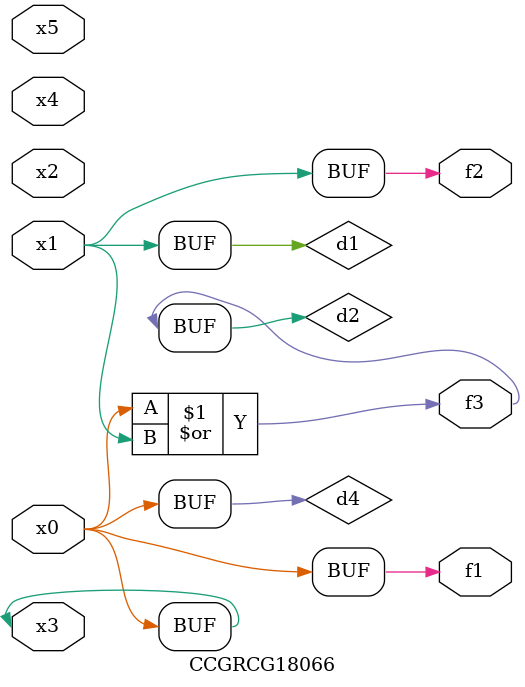
<source format=v>
module CCGRCG18066(
	input x0, x1, x2, x3, x4, x5,
	output f1, f2, f3
);

	wire d1, d2, d3, d4;

	and (d1, x1);
	or (d2, x0, x1);
	nand (d3, x0, x5);
	buf (d4, x0, x3);
	assign f1 = d4;
	assign f2 = d1;
	assign f3 = d2;
endmodule

</source>
